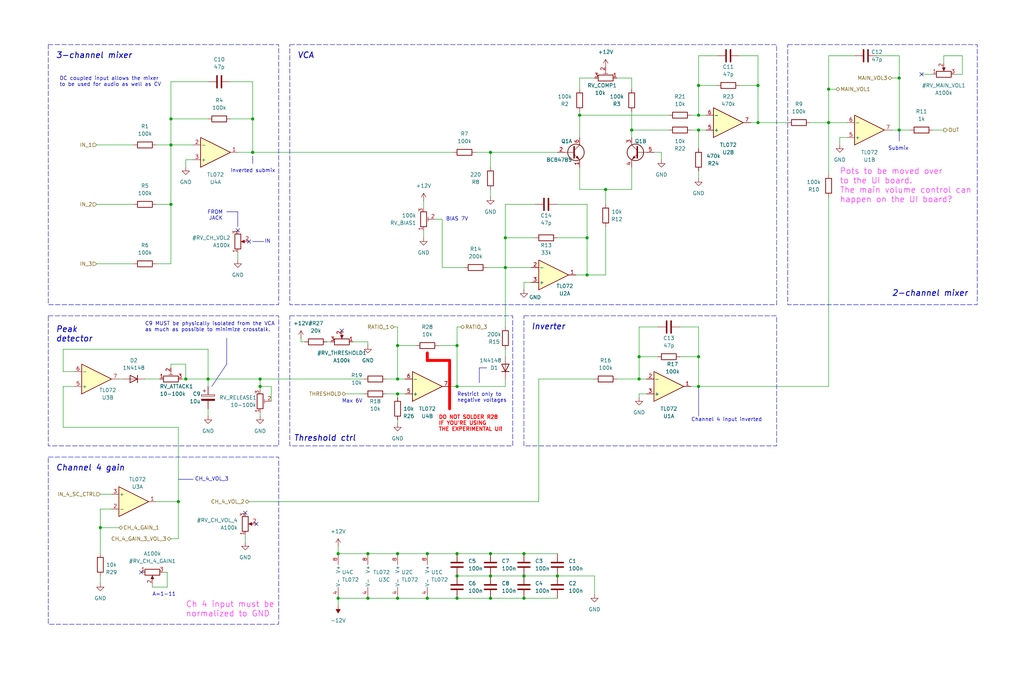
<source format=kicad_sch>
(kicad_sch (version 20250114) (generator "eeschema") (generator_version "9.0")
  (paper "User" 350 230)
  (lib_symbols
    (symbol "Amplifier_Operational:TL072" (pin_names (offset 0.127))
      (property "Reference" "U" (at 0 5.08 0))
      (property "Value" "TL072" (at 0 -5.08 0))
      (symbol "TL072_1_1"
        (pin input line (at -7.62 2.54 0) (length 2.54) (name "+") (number "3"))
        (pin input line (at -7.62 -2.54 0) (length 2.54) (name "-") (number "2"))
        (pin output line (at 7.62 0 180) (length 2.54) (name "~") (number "1"))
      )
      (symbol "TL072_2_1"
        (pin input line (at -7.62 2.54 0) (length 2.54) (name "+") (number "5"))
        (pin input line (at -7.62 -2.54 0) (length 2.54) (name "-") (number "6"))
        (pin output line (at 7.62 0 180) (length 2.54) (name "~") (number "7"))
      )
      (symbol "TL072_3_1"
        (pin power_in line (at -2.54 7.62 270) (length 3.81) (name "V+") (number "8"))
        (pin power_in line (at -2.54 -7.62 90) (length 3.81) (name "V-") (number "4"))
      )
    )
    (symbol "Device:C" (pin_numbers (hide yes)) (pin_names (offset 0.254))
      (property "Reference" "C" (at 0.635 2.54 0))
      (property "Value" "C" (at 0.635 -2.54 0))
      (symbol "C_1_1"
        (pin passive line (at 0 3.81 270) (length 2.794) (name "~") (number "1"))
        (pin passive line (at 0 -3.81 90) (length 2.794) (name "~") (number "2"))
      )
    )
    (symbol "Device:C_Polarized" (pin_numbers (hide yes)) (pin_names (offset 0.254))
      (property "Reference" "C" (at 0.635 2.54 0))
      (property "Value" "C_Polarized" (at 0.635 -2.54 0))
      (symbol "C_Polarized_1_1"
        (pin passive line (at 0 3.81 270) (length 2.794) (name "~") (number "1"))
        (pin passive line (at 0 -3.81 90) (length 2.794) (name "~") (number "2"))
      )
    )
    (symbol "Device:D" (pin_numbers (hide yes)) (pin_names (offset 1.016) (hide yes))
      (property "Reference" "D" (at 0 2.54 0))
      (property "Value" "D" (at 0 -2.54 0))
      (symbol "D_1_1"
        (pin passive line (at -3.81 0 0) (length 2.54) (name "K") (number "1"))
        (pin passive line (at 3.81 0 180) (length 2.54) (name "A") (number "2"))
      )
    )
    (symbol "Device:R" (pin_numbers (hide yes)) (pin_names (offset 0))
      (property "Reference" "R" (at 2.032 0 90))
      (property "Value" "R" (at 0 0 90))
      (symbol "R_1_1"
        (pin passive line (at 0 3.81 270) (length 1.27) (name "~") (number "1"))
        (pin passive line (at 0 -3.81 90) (length 1.27) (name "~") (number "2"))
      )
    )
    (symbol "Device:R_Potentiometer" (pin_names (offset 1.016) (hide yes))
      (property "Reference" "RV" (at -4.445 0 90))
      (property "Value" "R_Potentiometer" (at -2.54 0 90))
      (symbol "R_Potentiometer_1_1"
        (pin passive line (at 0 3.81 270) (length 1.27) (name "1") (number "1"))
        (pin passive line (at 0 -3.81 90) (length 1.27) (name "3") (number "3"))
        (pin passive line (at 3.81 0 180) (length 1.27) (name "2") (number "2"))
      )
    )
    (symbol "Device:R_Potentiometer_Trim" (pin_names (offset 1.016) (hide yes))
      (property "Reference" "RV" (at -4.445 0 90))
      (property "Value" "R_Potentiometer_Trim" (at -2.54 0 90))
      (symbol "R_Potentiometer_Trim_1_1"
        (pin passive line (at 0 3.81 270) (length 1.27) (name "1") (number "1"))
        (pin passive line (at 0 -3.81 90) (length 1.27) (name "3") (number "3"))
        (pin passive line (at 3.81 0 180) (length 1.27) (name "2") (number "2"))
      )
    )
    (symbol "Transistor_BJT:BC847BS" (pin_names (offset 0) (hide yes))
      (property "Reference" "Q" (at 5.08 1.27 0))
      (property "Value" "BC847BS" (at 5.08 -1.27 0))
      (symbol "BC847BS_1_1"
        (pin input line (at -5.08 0 0) (length 2.54) (name "B1") (number "2"))
        (pin passive line (at 2.54 5.08 270) (length 2.54) (name "C1") (number "6"))
        (pin passive line (at 2.54 -5.08 90) (length 2.54) (name "E1") (number "1"))
      )
      (symbol "BC847BS_2_1"
        (pin input line (at -5.08 0 0) (length 2.54) (name "B2") (number "5"))
        (pin passive line (at 2.54 5.08 270) (length 2.54) (name "C2") (number "3"))
        (pin passive line (at 2.54 -5.08 90) (length 2.54) (name "E2") (number "4"))
      )
    )
    (symbol "power:+12V" (power) (pin_numbers (hide yes)) (pin_names (offset 0) (hide yes))
      (property "Value" "+12V" (at 0 3.556 0))
      (symbol "+12V_1_1"
        (pin power_in line (at 0 0 90) (length 0) (name "~") (number "1"))
      )
    )
    (symbol "power:-12V" (power) (pin_numbers (hide yes)) (pin_names (offset 0) (hide yes))
      (property "Value" "-12V" (at 0 3.556 0))
      (symbol "-12V_0_0"
        (pin power_in line (at 0 0 90) (length 0) (name "~") (number "1"))
      )
    )
    (symbol "power:GND" (power) (pin_numbers (hide yes)) (pin_names (offset 0) (hide yes))
      (property "Value" "GND" (at 0 -3.81 0))
      (symbol "GND_1_1"
        (pin power_in line (at 0 0 270) (length 0) (name "~") (number "1"))
      )
    )
  )
  (rectangle (start 269.24 15.24) (end 334.01 104.14) (stroke (width 0) (type dash)))
  (rectangle (start 99.06 15.24) (end 265.43 104.14) (stroke (width 0) (type dash)))
  (rectangle (start 16.51 156.21) (end 95.25 213.36) (stroke (width 0) (type dash)))
  (rectangle (start 16.51 15.24) (end 95.25 104.14) (stroke (width 0) (type dash)))
  (rectangle (start 16.51 107.95) (end 95.25 152.4) (stroke (width 0) (type dash)))
  (rectangle (start 179.07 107.95) (end 265.43 152.4) (stroke (width 0) (type dash)))
  (rectangle (start 99.06 107.95) (end 175.26 152.4) (stroke (width 0) (type dash)))
  (text "2-channel mixer" (at 304.8 100.33 0) (effects (font (size 2 2) (thickness 0.28) (bold yes) (italic yes)) (justify left)))
  (text "Channel 4 gain" (at 19.05 160.02 0) (effects (font (size 2 2) (thickness 0.28) (bold yes) (italic yes)) (justify left)))
  (text "FROM\nJACK" (at 76.2 73.66 0) (effects (font (size 1.27 1.27)) (justify right)))
  (text "A=1-11" (at 52.07 203.2 0) (effects (font (size 1.27 1.27)) (justify left)))
  (text "Pots to be moved over \nto the UI board.\nThe main volume control can\nhappen on the UI board?" (at 287.02 63.5 0) (effects (font (size 2 2)) (justify left)))
  (text "DO NOT SOLDER R28 \nIF YOU'RE USING\nTHE EXPERIMENTAL UI!" (at 149.86 144.78 0) (effects (font (size 1.27 1.27) (thickness 0.254) (bold yes)) (justify left)))
  (text "Inverter" (at 181.61 111.76 0) (effects (font (size 2 2) (thickness 0.28) (bold yes) (italic yes)) (justify left)))
  (text "Submix" (at 303.53 50.8 0) (effects (font (size 1.27 1.27)) (justify left)))
  (text "VCA" (at 101.6 19.05 0) (effects (font (size 2 2) (thickness 0.28) (bold yes) (italic yes)) (justify left)))
  (text "BIAS 7V" (at 152.4 74.93 0) (effects (font (size 1.27 1.27)) (justify left)))
  (text "Channel 4 input inverted" (at 236.22 143.51 0) (effects (font (size 1.27 1.27)) (justify left)))
  (text "Max 6V" (at 116.84 137.16 0) (effects (font (size 1.27 1.27)) (justify left)))
  (text "Ch 4 input must be \nnormalized to GND" (at 63.5 208.28 0) (effects (font (size 2 2)) (justify left)))
  (text "3-channel mixer" (at 19.05 19.05 0) (effects (font (size 2 2) (thickness 0.28) (bold yes) (italic yes)) (justify left)))
  (text "Restrict only to \nnegative voltages" (at 156.21 135.89 0) (effects (font (size 1.27 1.27)) (justify left)))
  (text "DC coupled input allows the mixer\nto be used for audio as well as CV" (at 20.32 27.94 0) (effects (font (size 1.27 1.27)) (justify left)))
  (text "C9 MUST be physically isolated from the VCA \nas much as possible to minimize crosstalk." (at 49.53 111.76 0) (effects (font (size 1.27 1.27)) (justify left)))
  (text "CH_4_VOL_3" (at 72.39 163.83 0) (effects (font (size 1.27 1.27))))
  (text "Peak\ndetector" (at 19.05 114.3 0) (effects (font (size 2 2) (thickness 0.28) (bold yes) (italic yes)) (justify left)))
  (text "Threshold ctrl" (at 100.33 149.86 0) (effects (font (size 2 2) (thickness 0.28) (bold yes) (italic yes)) (justify left)))
  (text "IN" (at 91.44 82.55 0) (effects (font (size 1.27 1.27))))
  (text "Inverted submix" (at 78.74 58.42 0) (effects (font (size 1.27 1.27)) (justify left)))
  (junction (at 156.21 189.23))
  (junction (at 179.07 196.85))
  (junction (at 200.66 81.28))
  (junction (at 238.76 44.45))
  (junction (at 135.89 134.62))
  (junction (at 156.21 132.08))
  (junction (at 172.72 81.28))
  (junction (at 135.89 189.23))
  (junction (at 115.57 189.23))
  (junction (at 238.76 39.37))
  (junction (at 135.89 129.54))
  (junction (at 60.96 171.45))
  (junction (at 146.05 189.23))
  (junction (at 88.9 129.54))
  (junction (at 283.21 30.48))
  (junction (at 156.21 196.85))
  (junction (at 172.72 91.44))
  (junction (at 238.76 132.08))
  (junction (at 63.5 129.54))
  (junction (at 179.07 189.23))
  (junction (at 86.36 52.07))
  (junction (at 167.64 196.85))
  (junction (at 259.08 41.91))
  (junction (at 125.73 189.23))
  (junction (at 86.36 40.64))
  (junction (at 135.89 118.11))
  (junction (at 58.42 40.64))
  (junction (at 238.76 29.21))
  (junction (at 198.12 39.37))
  (junction (at 179.07 204.47))
  (junction (at 167.64 204.47))
  (junction (at 88.9 132.08))
  (junction (at 125.73 204.47))
  (junction (at 307.34 26.67))
  (junction (at 58.42 49.53))
  (junction (at 259.08 29.21))
  (junction (at 71.12 129.54))
  (junction (at 167.64 52.07))
  (junction (at 283.21 41.91))
  (junction (at 146.05 204.47))
  (junction (at 238.76 121.92))
  (junction (at 207.01 64.77))
  (junction (at 156.21 204.47))
  (junction (at 167.64 189.23))
  (junction (at 215.9 44.45))
  (junction (at 218.44 129.54))
  (junction (at 218.44 121.92))
  (junction (at 190.5 196.85))
  (junction (at 156.21 118.11))
  (junction (at 115.57 204.47))
  (junction (at 58.42 69.85))
  (junction (at 200.66 93.98))
  (junction (at 307.34 44.45))
  (junction (at 135.89 204.47))
  (junction (at 34.29 180.34))
  (no_connect (at 85.09 82.55))
  (no_connect (at 87.63 179.07))
  (no_connect (at 314.96 25.4))
  (no_connect (at 116.84 113.03))
  (no_connect (at 83.82 175.26))
  (no_connect (at 81.28 78.74))
  (no_connect (at 48.26 195.58))
  (wire (pts (xy 198.12 26.67) (xy 203.2 26.67)))
  (wire (pts (xy 58.42 49.53) (xy 66.04 49.53)))
  (wire (pts (xy 224.79 121.92) (xy 218.44 121.92)))
  (wire (pts (xy 179.07 99.06) (xy 179.07 96.52)))
  (wire (pts (xy 58.42 125.73) (xy 58.42 124.46)))
  (wire (pts (xy 287.02 46.99) (xy 289.56 46.99)))
  (wire (pts (xy 78.74 27.94) (xy 86.36 27.94)))
  (wire (pts (xy 115.57 204.47) (xy 125.73 204.47)))
  (wire (pts (xy 215.9 44.45) (xy 228.6 44.45)))
  (wire (pts (xy 283.21 132.08) (xy 283.21 67.31)))
  (wire (pts (xy 115.57 207.01) (xy 115.57 204.47)))
  (polyline (pts (xy 307.34 44.45) (xy 307.34 48.26)))
  (wire (pts (xy 179.07 196.85) (xy 190.5 196.85)))
  (wire (pts (xy 198.12 39.37) (xy 228.6 39.37)))
  (wire (pts (xy 232.41 121.92) (xy 238.76 121.92)))
  (wire (pts (xy 198.12 64.77) (xy 207.01 64.77)))
  (wire (pts (xy 71.12 27.94) (xy 58.42 27.94)))
  (wire (pts (xy 322.58 21.59) (xy 322.58 19.05)))
  (wire (pts (xy 238.76 19.05) (xy 238.76 29.21)))
  (wire (pts (xy 269.24 41.91) (xy 259.08 41.91)))
  (wire (pts (xy 304.8 44.45) (xy 307.34 44.45)))
  (wire (pts (xy 135.89 118.11) (xy 135.89 129.54)))
  (wire (pts (xy 167.64 204.47) (xy 179.07 204.47)))
  (wire (pts (xy 172.72 129.54) (xy 172.72 132.08)))
  (wire (pts (xy 34.29 180.34) (xy 34.29 189.23)))
  (wire (pts (xy 125.73 189.23) (xy 135.89 189.23)))
  (wire (pts (xy 200.66 69.85) (xy 200.66 81.28)))
  (wire (pts (xy 172.72 91.44) (xy 172.72 81.28)))
  (wire (pts (xy 179.07 196.85) (xy 167.64 196.85)))
  (wire (pts (xy 218.44 129.54) (xy 220.98 129.54)))
  (wire (pts (xy 322.58 44.45) (xy 318.77 44.45)))
  (wire (pts (xy 146.05 204.47) (xy 156.21 204.47)))
  (wire (pts (xy 88.9 142.24) (xy 88.9 140.97)))
  (wire (pts (xy 53.34 90.17) (xy 58.42 90.17)))
  (wire (pts (xy 210.82 26.67) (xy 215.9 26.67)))
  (wire (pts (xy 60.96 146.05) (xy 60.96 171.45)))
  (wire (pts (xy 167.64 52.07) (xy 190.5 52.07)))
  (wire (pts (xy 307.34 44.45) (xy 311.15 44.45)))
  (wire (pts (xy 245.11 29.21) (xy 238.76 29.21)))
  (wire (pts (xy 85.09 171.45) (xy 184.15 171.45)))
  (wire (pts (xy 166.37 91.44) (xy 172.72 91.44)))
  (wire (pts (xy 71.12 139.7) (xy 71.12 142.24)))
  (wire (pts (xy 135.89 189.23) (xy 146.05 189.23)))
  (wire (pts (xy 252.73 29.21) (xy 259.08 29.21)))
  (wire (pts (xy 172.72 119.38) (xy 172.72 121.92)))
  (wire (pts (xy 135.89 204.47) (xy 146.05 204.47)))
  (wire (pts (xy 34.29 168.91) (xy 38.1 168.91)))
  (wire (pts (xy 172.72 91.44) (xy 172.72 111.76)))
  (wire (pts (xy 184.15 129.54) (xy 184.15 171.45)))
  (wire (pts (xy 238.76 29.21) (xy 238.76 39.37)))
  (wire (pts (xy 156.21 189.23) (xy 167.64 189.23)))
  (wire (pts (xy 158.75 91.44) (xy 151.13 91.44)))
  (wire (pts (xy 179.07 189.23) (xy 190.5 189.23)))
  (wire (pts (xy 132.08 134.62) (xy 135.89 134.62)))
  (wire (pts (xy 21.59 127) (xy 21.59 119.38)))
  (polyline (pts (xy 146.05 120.65) (xy 146.05 123.19)) (stroke (width 1) (type solid) (color 255 0 0 1)))
  (wire (pts (xy 33.02 69.85) (xy 45.72 69.85)))
  (wire (pts (xy 304.8 26.67) (xy 307.34 26.67)))
  (wire (pts (xy 21.59 146.05) (xy 21.59 132.08)))
  (wire (pts (xy 224.79 111.76) (xy 218.44 111.76)))
  (wire (pts (xy 326.39 25.4) (xy 328.93 25.4)))
  (wire (pts (xy 86.36 40.64) (xy 86.36 52.07)))
  (wire (pts (xy 200.66 81.28) (xy 200.66 93.98)))
  (wire (pts (xy 210.82 129.54) (xy 218.44 129.54)))
  (wire (pts (xy 167.64 52.07) (xy 167.64 57.15)))
  (wire (pts (xy 218.44 134.62) (xy 218.44 135.89)))
  (wire (pts (xy 156.21 196.85) (xy 167.64 196.85)))
  (wire (pts (xy 88.9 132.08) (xy 88.9 133.35)))
  (wire (pts (xy 135.89 143.51) (xy 135.89 144.78)))
  (wire (pts (xy 92.71 132.08) (xy 88.9 132.08)))
  (wire (pts (xy 287.02 49.53) (xy 287.02 46.99)))
  (wire (pts (xy 172.72 69.85) (xy 172.72 81.28)))
  (wire (pts (xy 238.76 121.92) (xy 238.76 132.08)))
  (wire (pts (xy 125.73 204.47) (xy 135.89 204.47)))
  (wire (pts (xy 71.12 40.64) (xy 58.42 40.64)))
  (wire (pts (xy 238.76 44.45) (xy 241.3 44.45)))
  (wire (pts (xy 283.21 41.91) (xy 289.56 41.91)))
  (wire (pts (xy 236.22 39.37) (xy 238.76 39.37)))
  (wire (pts (xy 292.1 19.05) (xy 283.21 19.05)))
  (wire (pts (xy 156.21 111.76) (xy 156.21 118.11)))
  (wire (pts (xy 207.01 93.98) (xy 200.66 93.98)))
  (polyline (pts (xy 81.28 77.47) (xy 81.28 72.39)))
  (wire (pts (xy 58.42 49.53) (xy 58.42 69.85)))
  (wire (pts (xy 259.08 19.05) (xy 259.08 29.21)))
  (wire (pts (xy 53.34 49.53) (xy 58.42 49.53)))
  (polyline (pts (xy 77.47 72.39) (xy 81.28 72.39)))
  (wire (pts (xy 238.76 132.08) (xy 283.21 132.08)))
  (wire (pts (xy 135.89 111.76) (xy 135.89 118.11)))
  (wire (pts (xy 71.12 129.54) (xy 71.12 132.08)))
  (wire (pts (xy 71.12 129.54) (xy 88.9 129.54)))
  (wire (pts (xy 215.9 44.45) (xy 215.9 46.99)))
  (polyline (pts (xy 163.83 130.81) (xy 163.83 125.73)))
  (wire (pts (xy 167.64 67.31) (xy 167.64 64.77)))
  (wire (pts (xy 283.21 19.05) (xy 283.21 30.48)))
  (wire (pts (xy 88.9 129.54) (xy 88.9 132.08)))
  (wire (pts (xy 226.06 52.07) (xy 226.06 54.61)))
  (wire (pts (xy 58.42 90.17) (xy 58.42 69.85)))
  (wire (pts (xy 307.34 26.67) (xy 307.34 44.45)))
  (wire (pts (xy 60.96 171.45) (xy 60.96 184.15)))
  (polyline (pts (xy 86.36 55.88) (xy 86.36 53.34)))
  (wire (pts (xy 33.02 49.53) (xy 45.72 49.53)))
  (polyline (pts (xy 163.83 125.73) (xy 166.37 125.73)))
  (wire (pts (xy 245.11 19.05) (xy 238.76 19.05)))
  (wire (pts (xy 88.9 129.54) (xy 124.46 129.54)))
  (wire (pts (xy 118.11 134.62) (xy 124.46 134.62)))
  (wire (pts (xy 34.29 180.34) (xy 34.29 173.99)))
  (wire (pts (xy 115.57 189.23) (xy 125.73 189.23)))
  (wire (pts (xy 34.29 199.39) (xy 34.29 196.85)))
  (wire (pts (xy 190.5 81.28) (xy 200.66 81.28)))
  (wire (pts (xy 283.21 41.91) (xy 283.21 59.69)))
  (wire (pts (xy 81.28 88.9) (xy 81.28 86.36)))
  (wire (pts (xy 179.07 204.47) (xy 190.5 204.47)))
  (wire (pts (xy 53.34 69.85) (xy 58.42 69.85)))
  (wire (pts (xy 299.72 19.05) (xy 307.34 19.05)))
  (wire (pts (xy 83.82 185.42) (xy 83.82 182.88)))
  (polyline (pts (xy 60.96 163.83) (xy 66.04 163.83)))
  (wire (pts (xy 34.29 173.99) (xy 38.1 173.99)))
  (wire (pts (xy 63.5 54.61) (xy 63.5 57.15)))
  (wire (pts (xy 238.76 44.45) (xy 238.76 50.8)))
  (wire (pts (xy 25.4 127) (xy 21.59 127)))
  (wire (pts (xy 71.12 119.38) (xy 71.12 129.54)))
  (wire (pts (xy 203.2 196.85) (xy 190.5 196.85)))
  (wire (pts (xy 182.88 69.85) (xy 172.72 69.85)))
  (wire (pts (xy 63.5 124.46) (xy 63.5 129.54)))
  (wire (pts (xy 207.01 69.85) (xy 207.01 64.77)))
  (wire (pts (xy 203.2 203.2) (xy 203.2 196.85)))
  (wire (pts (xy 172.72 91.44) (xy 181.61 91.44)))
  (wire (pts (xy 58.42 27.94) (xy 58.42 40.64)))
  (wire (pts (xy 153.67 132.08) (xy 156.21 132.08)))
  (wire (pts (xy 115.57 186.69) (xy 115.57 189.23)))
  (polyline (pts (xy 238.76 132.08) (xy 238.76 142.24)))
  (wire (pts (xy 102.87 115.57) (xy 102.87 116.84)))
  (wire (pts (xy 142.24 118.11) (xy 135.89 118.11)))
  (wire (pts (xy 149.86 118.11) (xy 156.21 118.11)))
  (wire (pts (xy 207.01 77.47) (xy 207.01 93.98)))
  (wire (pts (xy 203.2 129.54) (xy 184.15 129.54)))
  (wire (pts (xy 307.34 19.05) (xy 307.34 26.67)))
  (wire (pts (xy 58.42 124.46) (xy 63.5 124.46)))
  (wire (pts (xy 156.21 111.76) (xy 157.48 111.76)))
  (wire (pts (xy 238.76 111.76) (xy 238.76 121.92)))
  (wire (pts (xy 63.5 129.54) (xy 71.12 129.54)))
  (wire (pts (xy 52.07 199.39) (xy 52.07 200.66)))
  (wire (pts (xy 215.9 64.77) (xy 215.9 57.15)))
  (wire (pts (xy 285.75 30.48) (xy 283.21 30.48)))
  (wire (pts (xy 238.76 132.08) (xy 236.22 132.08)))
  (wire (pts (xy 198.12 39.37) (xy 198.12 46.99)))
  (wire (pts (xy 238.76 60.96) (xy 238.76 58.42)))
  (wire (pts (xy 314.96 25.4) (xy 318.77 25.4)))
  (wire (pts (xy 144.78 81.28) (xy 144.78 78.74)))
  (wire (pts (xy 86.36 52.07) (xy 154.94 52.07)))
  (polyline (pts (xy 77.47 124.46) (xy 72.39 132.08)))
  (wire (pts (xy 60.96 146.05) (xy 21.59 146.05)))
  (wire (pts (xy 190.5 69.85) (xy 200.66 69.85)))
  (wire (pts (xy 49.53 129.54) (xy 54.61 129.54)))
  (wire (pts (xy 218.44 121.92) (xy 218.44 129.54)))
  (wire (pts (xy 92.71 137.16) (xy 92.71 132.08)))
  (wire (pts (xy 156.21 204.47) (xy 167.64 204.47)))
  (wire (pts (xy 135.89 134.62) (xy 135.89 135.89)))
  (wire (pts (xy 232.41 111.76) (xy 238.76 111.76)))
  (wire (pts (xy 40.64 129.54) (xy 41.91 129.54)))
  (polyline (pts (xy 86.36 82.55) (xy 90.17 82.55)))
  (wire (pts (xy 144.78 68.58) (xy 144.78 71.12)))
  (wire (pts (xy 252.73 19.05) (xy 259.08 19.05)))
  (wire (pts (xy 111.76 116.84) (xy 113.03 116.84)))
  (wire (pts (xy 58.42 40.64) (xy 58.42 49.53)))
  (wire (pts (xy 198.12 57.15) (xy 198.12 64.77)))
  (wire (pts (xy 322.58 19.05) (xy 328.93 19.05)))
  (wire (pts (xy 120.65 116.84) (xy 125.73 116.84)))
  (polyline (pts (xy 153.67 139.7) (xy 153.67 123.19)) (stroke (width 1) (type solid) (color 255 0 0 1)))
  (wire (pts (xy 146.05 189.23) (xy 156.21 189.23)))
  (wire (pts (xy 55.88 195.58) (xy 57.15 195.58)))
  (wire (pts (xy 215.9 38.1) (xy 215.9 44.45)))
  (wire (pts (xy 220.98 134.62) (xy 218.44 134.62)))
  (wire (pts (xy 86.36 27.94) (xy 86.36 40.64)))
  (wire (pts (xy 102.87 116.84) (xy 104.14 116.84)))
  (wire (pts (xy 57.15 200.66) (xy 52.07 200.66)))
  (wire (pts (xy 21.59 132.08) (xy 25.4 132.08)))
  (wire (pts (xy 223.52 52.07) (xy 226.06 52.07)))
  (wire (pts (xy 198.12 38.1) (xy 198.12 39.37)))
  (wire (pts (xy 207.01 64.77) (xy 215.9 64.77)))
  (wire (pts (xy 78.74 40.64) (xy 86.36 40.64)))
  (wire (pts (xy 328.93 19.05) (xy 328.93 25.4)))
  (polyline (pts (xy 77.47 115.57) (xy 77.47 124.46)))
  (wire (pts (xy 81.28 52.07) (xy 86.36 52.07)))
  (wire (pts (xy 179.07 96.52) (xy 181.61 96.52)))
  (wire (pts (xy 156.21 132.08) (xy 172.72 132.08)))
  (wire (pts (xy 256.54 41.91) (xy 259.08 41.91)))
  (wire (pts (xy 156.21 118.11) (xy 156.21 132.08)))
  (wire (pts (xy 66.04 54.61) (xy 63.5 54.61)))
  (wire (pts (xy 135.89 129.54) (xy 138.43 129.54)))
  (wire (pts (xy 198.12 30.48) (xy 198.12 26.67)))
  (wire (pts (xy 151.13 74.93) (xy 151.13 91.44)))
  (wire (pts (xy 238.76 39.37) (xy 241.3 39.37)))
  (wire (pts (xy 62.23 129.54) (xy 63.5 129.54)))
  (polyline (pts (xy 153.67 123.19) (xy 146.05 123.19)) (stroke (width 1) (type solid) (color 255 0 0 1)))
  (wire (pts (xy 283.21 30.48) (xy 283.21 41.91)))
  (wire (pts (xy 148.59 74.93) (xy 151.13 74.93)))
  (wire (pts (xy 134.62 111.76) (xy 135.89 111.76)))
  (wire (pts (xy 200.66 93.98) (xy 196.85 93.98)))
  (wire (pts (xy 125.73 116.84) (xy 125.73 118.11)))
  (wire (pts (xy 162.56 52.07) (xy 167.64 52.07)))
  (wire (pts (xy 21.59 119.38) (xy 71.12 119.38)))
  (wire (pts (xy 172.72 81.28) (xy 182.88 81.28)))
  (wire (pts (xy 40.64 180.34) (xy 34.29 180.34)))
  (wire (pts (xy 215.9 26.67) (xy 215.9 30.48)))
  (wire (pts (xy 132.08 129.54) (xy 135.89 129.54)))
  (wire (pts (xy 58.42 184.15) (xy 60.96 184.15)))
  (wire (pts (xy 53.34 171.45) (xy 60.96 171.45)))
  (wire (pts (xy 138.43 134.62) (xy 135.89 134.62)))
  (wire (pts (xy 57.15 195.58) (xy 57.15 200.66)))
  (wire (pts (xy 167.64 189.23) (xy 179.07 189.23)))
  (wire (pts (xy 259.08 29.21) (xy 259.08 41.91)))
  (wire (pts (xy 276.86 41.91) (xy 283.21 41.91)))
  (wire (pts (xy 236.22 44.45) (xy 238.76 44.45)))
  (wire (pts (xy 33.02 90.17) (xy 45.72 90.17)))
  (wire (pts (xy 218.44 111.76) (xy 218.44 121.92)))
  (hierarchical_label "THRESHOLD" (shape bidirectional) (at 118.11 134.62 180))
  (hierarchical_label "MAIN_VOL1" (shape bidirectional) (at 285.75 30.48 0))
  (hierarchical_label "MAIN_VOL3" (shape bidirectional) (at 304.8 26.67 180))
  (hierarchical_label "IN_4_SC_CTRL" (shape input) (at 34.29 168.91 180))
  (hierarchical_label "IN_2" (shape input) (at 33.02 69.85 180))
  (hierarchical_label "CH_4_GAIN_1" (shape bidirectional) (at 40.64 180.34 0))
  (hierarchical_label "RATIO_1" (shape bidirectional) (at 134.62 111.76 180))
  (hierarchical_label "IN_3" (shape input) (at 33.02 90.17 180))
  (hierarchical_label "CH_4_VOL_2" (shape bidirectional) (at 85.09 171.45 180))
  (hierarchical_label "RATIO_3" (shape bidirectional) (at 157.48 111.76 0))
  (hierarchical_label "IN_1" (shape input) (at 33.02 49.53 180))
  (hierarchical_label "CH_4_GAIN_3_VOL_3" (shape bidirectional) (at 58.42 184.15 180))
  (hierarchical_label "OUT" (shape output) (at 322.58 44.45 0))
  (symbol (lib_id "Device:R_Potentiometer") (at 322.58 25.4 90) (unit 1)
    (property "Reference" "#RV_MAIN_VOL1" (at 322.58 29.21 90))
    (property "Value" "A100k" (at 322.58 31.75 90))
    (property "Description" "Potentiometer" (effects (hide yes)))
  )
  (symbol (lib_id "power:+12V") (at 207.01 22.86 0) (unit 1)
    (property "Reference" "#PWR05" (effects (hide yes)))
    (property "Value" "+12V" (at 207.01 17.78 0))
    (property "Description" "Power symbol creates a global label with name \"+12V\"" (effects (hide yes)))
  )
  (symbol (lib_id "Device:R") (at 314.96 44.45 90) (unit 1)
    (property "Reference" "R11" (at 314.96 38.1 90))
    (property "Value" "1k" (at 314.96 40.64 90))
    (property "Footprint" "Resistor_SMD:R_0603_1608Metric" (effects (hide yes)))
    (property "LCSC" "C21190" (effects (hide yes)))
    (property "CHECKED" "YES" (effects (hide yes)))
    (property "Vendor" "JLCPCB" (effects (hide yes)))
  )
  (symbol (lib_id "Device:R_Potentiometer_Trim") (at 144.78 74.93 0) (mirror x) (unit 1)
    (property "Reference" "RV_BIAS1" (at 142.24 76.1999 0) (effects (justify right)))
    (property "Value" "100k" (at 142.24 73.66 0) (effects (justify right)))
    (property "Footprint" "Potentiometer_THT:Potentiometer_ACP_CA6-H2,5_Horizontal" (effects (hide yes)))
    (property "Description" "Trim-potentiometer" (effects (hide yes)))
  )
  (symbol (lib_id "power:GND") (at 34.29 199.39 0) (unit 1)
    (property "Reference" "#PWR020" (effects (hide yes)))
    (property "Value" "GND" (at 34.29 204.47 0))
    (property "Description" "Power symbol creates a global label with name \"GND\" , ground" (effects (hide yes)))
  )
  (symbol (lib_id "Transistor_BJT:BC847BS") (at 218.44 52.07 0) (mirror y) (unit 2)
    (property "Reference" "Q1" (at 220.98 48.26 0) (effects (justify left)))
    (property "Value" "BC847BS" (at 195.58 54.61 0) (effects (justify left)))
    (property "Footprint" "Package_TO_SOT_SMD:SOT-363_SC-70-6" (effects (hide yes)))
    (property "Datasheet" "https://assets.nexperia.com/documents/data-sheet/BC847BS.pdf" (effects (hide yes)))
    (property "Description" "100mA IC, 45V Vce, Dual NPN/NPN Transistors, SOT-363" (effects (hide yes)))
    (property "Vendor" "JLCPCB" (effects (hide yes)))
    (property "LCSC" "C5380687" (effects (hide yes)))
    (property "CHECKED" "YES" (effects (hide yes)))
  )
  (symbol (lib_id "Device:R") (at 146.05 118.11 90) (unit 1)
    (property "Reference" "R28" (at 146.05 111.76 90))
    (property "Value" "10k" (at 146.05 114.3 90))
    (property "Footprint" "Shmoergh_Custom_Footprints:R_Axial_DIN0207_L6.3mm_D2.5mm_P7.62mm_Horizontal" (effects (hide yes)))
  )
  (symbol (lib_id "Device:R_Potentiometer") (at 52.07 195.58 90) (mirror x) (unit 1)
    (property "Reference" "#RV_CH_4_GAIN1" (at 52.07 191.77 90))
    (property "Value" "A100k" (at 52.07 189.23 90))
    (property "Description" "Potentiometer" (effects (hide yes)))
  )
  (symbol (lib_id "Device:C") (at 190.5 193.04 0) (unit 1)
    (property "Reference" "C1" (at 194.31 191.77 0) (effects (justify left)))
    (property "Value" "100n" (at 194.31 194.31 0) (effects (justify left)))
    (property "Footprint" "Capacitor_SMD:C_0603_1608Metric" (effects (hide yes)))
    (property "LCSC" "C14663" (effects (hide yes)))
    (property "CHECKED" "YES" (effects (hide yes)))
    (property "Vendor" "JLCPCB" (effects (hide yes)))
  )
  (symbol (lib_id "Amplifier_Operational:TL072") (at 297.18 44.45 0) (mirror x) (unit 2)
    (property "Reference" "U1" (at 297.18 54.61 0))
    (property "Value" "TL072" (at 297.18 52.07 0))
    (property "Footprint" "Package_SO:SOIC-8_3.9x4.9mm_P1.27mm" (effects (hide yes)))
    (property "Datasheet" "http://www.ti.com/lit/ds/symlink/tl071.pdf" (effects (hide yes)))
    (property "Description" "Dual Low-Noise JFET-Input Operational Amplifiers, DIP-8/SOIC-8" (effects (hide yes)))
    (property "Vendor" "JLCPCB" (effects (hide yes)))
    (property "LCSC" "C6961" (effects (hide yes)))
    (property "CHECKED" "YES" (effects (hide yes)))
  )
  (symbol (lib_id "power:-12V") (at 115.57 207.01 180) (unit 1)
    (property "Reference" "#PWR04" (effects (hide yes)))
    (property "Value" "-12V" (at 115.57 212.09 0))
    (property "Description" "Power symbol creates a global label with name \"-12V\"" (effects (hide yes)))
  )
  (symbol (lib_id "Device:R") (at 128.27 134.62 90) (unit 1)
    (property "Reference" "R18" (at 128.27 137.16 90))
    (property "Value" "10k" (at 128.27 139.7 90))
    (property "Footprint" "Shmoergh_Custom_Footprints:R_Axial_DIN0207_L6.3mm_D2.5mm_P7.62mm_Horizontal" (effects (hide yes)))
  )
  (symbol (lib_id "Device:R_Potentiometer") (at 83.82 179.07 0) (mirror x) (unit 1)
    (property "Reference" "#RV_CH_VOL_4" (at 81.28 177.7999 0) (effects (justify right)))
    (property "Value" "A100k" (at 81.28 180.3399 0) (effects (justify right)))
    (property "Description" "Potentiometer" (effects (hide yes)))
  )
  (symbol (lib_id "Amplifier_Operational:TL072") (at 118.11 196.85 0) (unit 3)
    (property "Reference" "U4" (at 116.84 195.5799 0) (effects (justify left)))
    (property "Value" "TL072" (at 116.84 198.1199 0) (effects (justify left)))
    (property "Footprint" "Package_SO:SOIC-8_3.9x4.9mm_P1.27mm" (effects (hide yes)))
    (property "Datasheet" "http://www.ti.com/lit/ds/symlink/tl071.pdf" (effects (hide yes)))
    (property "Description" "Dual Low-Noise JFET-Input Operational Amplifiers, DIP-8/SOIC-8" (effects (hide yes)))
    (property "Vendor" "JLCPCB" (effects (hide yes)))
    (property "LCSC" "C6961" (effects (hide yes)))
    (property "CHECKED" "YES" (effects (hide yes)))
  )
  (symbol (lib_id "power:GND") (at 135.89 144.78 0) (unit 1)
    (property "Reference" "#PWR015" (effects (hide yes)))
    (property "Value" "GND" (at 135.89 149.86 0))
    (property "Description" "Power symbol creates a global label with name \"GND\" , ground" (effects (hide yes)))
  )
  (symbol (lib_id "power:GND") (at 218.44 135.89 0) (unit 1)
    (property "Reference" "#PWR013" (effects (hide yes)))
    (property "Value" "GND" (at 218.44 140.97 0))
    (property "Description" "Power symbol creates a global label with name \"GND\" , ground" (effects (hide yes)))
  )
  (symbol (lib_id "Amplifier_Operational:TL072") (at 146.05 132.08 0) (mirror x) (unit 2)
    (property "Reference" "U4" (at 146.05 142.24 0))
    (property "Value" "TL072" (at 146.05 139.7 0))
    (property "Footprint" "Package_SO:SOIC-8_3.9x4.9mm_P1.27mm" (effects (hide yes)))
    (property "Datasheet" "http://www.ti.com/lit/ds/symlink/tl071.pdf" (effects (hide yes)))
    (property "Description" "Dual Low-Noise JFET-Input Operational Amplifiers, DIP-8/SOIC-8" (effects (hide yes)))
    (property "Vendor" "JLCPCB" (effects (hide yes)))
    (property "LCSC" "C6961" (effects (hide yes)))
    (property "CHECKED" "YES" (effects (hide yes)))
  )
  (symbol (lib_id "Amplifier_Operational:TL072") (at 73.66 52.07 0) (mirror x) (unit 1)
    (property "Reference" "U4" (at 73.66 62.23 0))
    (property "Value" "TL072" (at 73.66 59.69 0))
    (property "Footprint" "Package_SO:SOIC-8_3.9x4.9mm_P1.27mm" (effects (hide yes)))
    (property "Datasheet" "http://www.ti.com/lit/ds/symlink/tl071.pdf" (effects (hide yes)))
    (property "Description" "Dual Low-Noise JFET-Input Operational Amplifiers, DIP-8/SOIC-8" (effects (hide yes)))
    (property "Vendor" "JLCPCB" (effects (hide yes)))
    (property "LCSC" "C6961" (effects (hide yes)))
    (property "CHECKED" "YES" (effects (hide yes)))
  )
  (symbol (lib_id "Amplifier_Operational:TL072") (at 45.72 171.45 0) (unit 1)
    (property "Reference" "U3" (at 46.99 166.37 0))
    (property "Value" "TL072" (at 46.99 163.83 0))
    (property "Footprint" "Package_SO:SOIC-8_3.9x4.9mm_P1.27mm" (effects (hide yes)))
    (property "Datasheet" "http://www.ti.com/lit/ds/symlink/tl071.pdf" (effects (hide yes)))
    (property "Description" "Dual Low-Noise JFET-Input Operational Amplifiers, DIP-8/SOIC-8" (effects (hide yes)))
    (property "LCSC" "C6961" (effects (hide yes)))
    (property "Vendor" "JLCPCB" (effects (hide yes)))
    (property "CHECKED" "YES" (effects (hide yes)))
  )
  (symbol (lib_id "Device:C") (at 167.64 200.66 0) (unit 1)
    (property "Reference" "C8" (at 171.45 199.39 0) (effects (justify left)))
    (property "Value" "100n" (at 171.45 201.93 0) (effects (justify left)))
    (property "Footprint" "Capacitor_SMD:C_0603_1608Metric" (effects (hide yes)))
    (property "LCSC" "C14663" (effects (hide yes)))
    (property "CHECKED" "YES" (effects (hide yes)))
    (property "Vendor" "JLCPCB" (effects (hide yes)))
  )
  (symbol (lib_id "Device:R") (at 207.01 73.66 180) (unit 1)
    (property "Reference" "R12" (at 210.82 74.93 0))
    (property "Value" "10k" (at 210.82 72.39 0))
    (property "Footprint" "Resistor_SMD:R_0603_1608Metric" (effects (hide yes)))
    (property "LCSC" "C25804" (effects (hide yes)))
    (property "CHECKED" "YES" (effects (hide yes)))
    (property "Vendor" "JLCPCB" (effects (hide yes)))
  )
  (symbol (lib_id "power:GND") (at 287.02 49.53 0) (unit 1)
    (property "Reference" "#PWR08" (effects (hide yes)))
    (property "Value" "GND" (at 287.02 54.61 0))
    (property "Description" "Power symbol creates a global label with name \"GND\" , ground" (effects (hide yes)))
  )
  (symbol (lib_id "Device:C") (at 156.21 200.66 0) (unit 1)
    (property "Reference" "C6" (at 160.02 199.39 0) (effects (justify left)))
    (property "Value" "100n" (at 160.02 201.93 0) (effects (justify left)))
    (property "Footprint" "Capacitor_SMD:C_0603_1608Metric" (effects (hide yes)))
    (property "LCSC" "C14663" (effects (hide yes)))
    (property "CHECKED" "YES" (effects (hide yes)))
    (property "Vendor" "JLCPCB" (effects (hide yes)))
  )
  (symbol (lib_id "Device:R") (at 228.6 121.92 90) (unit 1)
    (property "Reference" "R17" (at 229.87 124.46 90))
    (property "Value" "100k" (at 229.87 127 90))
    (property "Footprint" "Resistor_SMD:R_0603_1608Metric" (effects (hide yes)))
    (property "LCSC" "C25803" (effects (hide yes)))
    (property "CHECKED" "YES" (effects (hide yes)))
    (property "Vendor" "JLCPCB" (effects (hide yes)))
  )
  (symbol (lib_id "Device:C") (at 248.92 19.05 90) (unit 1)
    (property "Reference" "C11" (at 248.92 22.86 90))
    (property "Value" "47p" (at 248.92 25.4 90))
    (property "Footprint" "Capacitor_SMD:C_0603_1608Metric_Pad1.08x0.95mm_HandSolder" (effects (hide yes)))
    (property "Description" "Unpolarized capacitor" (effects (hide yes)))
    (property "Vendor" "JLCPCB" (effects (hide yes)))
    (property "LCSC" "C1671" (effects (hide yes)))
    (property "CHECKED" "YES" (effects (hide yes)))
  )
  (symbol (lib_id "Device:C") (at 179.07 200.66 0) (unit 1)
    (property "Reference" "C4" (at 182.88 199.39 0) (effects (justify left)))
    (property "Value" "100n" (at 182.88 201.93 0) (effects (justify left)))
    (property "Footprint" "Capacitor_SMD:C_0603_1608Metric" (effects (hide yes)))
    (property "LCSC" "C14663" (effects (hide yes)))
    (property "CHECKED" "YES" (effects (hide yes)))
    (property "Vendor" "JLCPCB" (effects (hide yes)))
  )
  (symbol (lib_id "Device:C_Polarized") (at 71.12 135.89 0) (unit 1)
    (property "Reference" "C9" (at 68.58 134.62 0) (effects (justify right)))
    (property "Value" "10u" (at 68.58 137.16 0) (effects (justify right)))
    (property "Footprint" "Capacitor_SMD:CP_Elec_4x5.4" (effects (hide yes)))
    (property "Description" "Polarized capacitor" (effects (hide yes)))
    (property "LCSC" "C72485" (effects (hide yes)))
    (property "Vendor" "JLCPCB" (effects (hide yes)))
    (property "CHECKED" "YES" (effects (hide yes)))
  )
  (symbol (lib_id "Amplifier_Operational:TL072") (at 33.02 129.54 0) (mirror x) (unit 2)
    (property "Reference" "U3" (at 36.83 135.89 0))
    (property "Value" "TL072" (at 36.83 133.35 0))
    (property "Footprint" "Package_SO:SOIC-8_3.9x4.9mm_P1.27mm" (effects (hide yes)))
    (property "Datasheet" "http://www.ti.com/lit/ds/symlink/tl071.pdf" (effects (hide yes)))
    (property "Description" "Dual Low-Noise JFET-Input Operational Amplifiers, DIP-8/SOIC-8" (effects (hide yes)))
    (property "LCSC" "C6961" (effects (hide yes)))
    (property "Vendor" "JLCPCB" (effects (hide yes)))
    (property "CHECKED" "YES" (effects (hide yes)))
  )
  (symbol (lib_id "power:GND") (at 71.12 142.24 0) (unit 1)
    (property "Reference" "#PWR018" (effects (hide yes)))
    (property "Value" "GND" (at 71.12 147.32 0))
    (property "Description" "Power symbol creates a global label with name \"GND\" , ground" (effects (hide yes)))
  )
  (symbol (lib_id "Device:R") (at 49.53 69.85 90) (unit 1)
    (property "Reference" "R5" (at 49.53 63.5 90))
    (property "Value" "100k" (at 49.53 66.04 90))
    (property "Footprint" "Resistor_SMD:R_0603_1608Metric" (effects (hide yes)))
    (property "LCSC" "C25803" (effects (hide yes)))
    (property "CHECKED" "YES" (effects (hide yes)))
    (property "Vendor" "JLCPCB" (effects (hide yes)))
  )
  (symbol (lib_id "Amplifier_Operational:TL072") (at 248.92 41.91 0) (mirror x) (unit 2)
    (property "Reference" "U2" (at 248.92 52.07 0))
    (property "Value" "TL072" (at 248.92 49.53 0))
    (property "Footprint" "Package_SO:SOIC-8_3.9x4.9mm_P1.27mm" (effects (hide yes)))
    (property "Datasheet" "http://www.ti.com/lit/ds/symlink/tl071.pdf" (effects (hide yes)))
    (property "Description" "Dual Low-Noise JFET-Input Operational Amplifiers, DIP-8/SOIC-8" (effects (hide yes)))
    (property "Vendor" "JLCPCB" (effects (hide yes)))
    (property "LCSC" "C6961" (effects (hide yes)))
    (property "CHECKED" "YES" (effects (hide yes)))
  )
  (symbol (lib_id "Device:R") (at 135.89 139.7 180) (unit 1)
    (property "Reference" "R26" (at 139.7 142.24 0))
    (property "Value" "10k" (at 139.7 139.7 0))
    (property "Footprint" "Shmoergh_Custom_Footprints:R_Axial_DIN0207_L6.3mm_D2.5mm_P7.62mm_Horizontal" (effects (hide yes)))
  )
  (symbol (lib_id "Device:R") (at 232.41 39.37 90) (unit 1)
    (property "Reference" "R21" (at 232.41 33.02 90))
    (property "Value" "10k" (at 232.41 35.56 90))
    (property "Footprint" "Resistor_SMD:R_0603_1608Metric" (effects (hide yes)))
    (property "LCSC" "C25804" (effects (hide yes)))
    (property "CHECKED" "YES" (effects (hide yes)))
    (property "Vendor" "JLCPCB" (effects (hide yes)))
  )
  (symbol (lib_id "Device:D") (at 45.72 129.54 180) (unit 1)
    (property "Reference" "D2" (at 45.72 123.19 0))
    (property "Value" "1N4148" (at 45.72 125.73 0))
    (property "Footprint" "Diode_SMD:D_SOD-123" (effects (hide yes)))
    (property "Description" "Diode" (effects (hide yes)))
    (property "Sim.Device" "D" (effects (hide yes)))
    (property "Sim.Pins" "1=K 2=A" (effects (hide yes)))
    (property "LCSC" "C81598" (effects (hide yes)))
    (property "Vendor" "JLCPCB" (effects (hide yes)))
    (property "CHECKED" "YES" (effects (hide yes)))
  )
  (symbol (lib_id "Device:R_Potentiometer") (at 116.84 116.84 270) (mirror x) (unit 1)
    (property "Reference" "#RV_THRESHOLD1" (at 116.84 120.65 90))
    (property "Value" "A100k" (at 116.84 123.19 90))
    (property "Description" "Potentiometer" (effects (hide yes)))
  )
  (symbol (lib_id "power:+12V") (at 144.78 68.58 0) (unit 1)
    (property "Reference" "#PWR022" (effects (hide yes)))
    (property "Value" "+12V" (at 144.78 63.5 0))
    (property "Description" "Power symbol creates a global label with name \"+12V\"" (effects (hide yes)))
  )
  (symbol (lib_id "power:GND") (at 226.06 54.61 0) (unit 1)
    (property "Reference" "#PWR023" (effects (hide yes)))
    (property "Value" "GND" (at 226.06 59.69 0))
    (property "Description" "Power symbol creates a global label with name \"GND\" , ground" (effects (hide yes)))
  )
  (symbol (lib_id "Device:R") (at 198.12 34.29 180) (unit 1)
    (property "Reference" "R2" (at 193.04 35.56 0))
    (property "Value" "100k" (at 193.04 33.02 0))
    (property "Footprint" "Resistor_SMD:R_0603_1608Metric" (effects (hide yes)))
    (property "LCSC" "C25803" (effects (hide yes)))
    (property "CHECKED" "YES" (effects (hide yes)))
    (property "Vendor" "JLCPCB" (effects (hide yes)))
  )
  (symbol (lib_id "Device:C") (at 190.5 200.66 0) (unit 1)
    (property "Reference" "C2" (at 194.31 199.39 0) (effects (justify left)))
    (property "Value" "100n" (at 194.31 201.93 0) (effects (justify left)))
    (property "Footprint" "Capacitor_SMD:C_0603_1608Metric" (effects (hide yes)))
    (property "LCSC" "C14663" (effects (hide yes)))
    (property "CHECKED" "YES" (effects (hide yes)))
    (property "Vendor" "JLCPCB" (effects (hide yes)))
  )
  (symbol (lib_id "Amplifier_Operational:TL072") (at 189.23 93.98 0) (mirror x) (unit 1)
    (property "Reference" "U2" (at 193.04 100.33 0))
    (property "Value" "TL072" (at 193.04 97.79 0))
    (property "Footprint" "Package_SO:SOIC-8_3.9x4.9mm_P1.27mm" (effects (hide yes)))
    (property "Datasheet" "http://www.ti.com/lit/ds/symlink/tl071.pdf" (effects (hide yes)))
    (property "Description" "Dual Low-Noise JFET-Input Operational Amplifiers, DIP-8/SOIC-8" (effects (hide yes)))
    (property "Vendor" "JLCPCB" (effects (hide yes)))
    (property "LCSC" "C6961" (effects (hide yes)))
    (property "CHECKED" "YES" (effects (hide yes)))
  )
  (symbol (lib_id "Device:R") (at 74.93 40.64 90) (unit 1)
    (property "Reference" "R4" (at 74.93 34.29 90))
    (property "Value" "100k" (at 74.93 36.83 90))
    (property "Footprint" "Resistor_SMD:R_0603_1608Metric" (effects (hide yes)))
    (property "LCSC" "C25803" (effects (hide yes)))
    (property "CHECKED" "YES" (effects (hide yes)))
    (property "Vendor" "JLCPCB" (effects (hide yes)))
  )
  (symbol (lib_id "Device:R") (at 107.95 116.84 90) (unit 1)
    (property "Reference" "#R27" (at 107.95 110.49 90))
    (property "Value" "20k" (at 107.95 113.03 90))
    (property "Footprint" "Resistor_SMD:R_0603_1608Metric" (effects (hide yes)))
    (property "CHECKED" "YES" (effects (hide yes)))
    (property "Vendor" "JLCPCB" (effects (hide yes)))
  )
  (symbol (lib_id "Amplifier_Operational:TL072") (at 128.27 196.85 0) (unit 3)
    (property "Reference" "U3" (at 133.35 198.12 0) (effects (justify right)))
    (property "Value" "TL072" (at 133.35 195.58 0) (effects (justify right)))
    (property "Footprint" "Package_SO:SOIC-8_3.9x4.9mm_P1.27mm" (effects (hide yes)))
    (property "Datasheet" "http://www.ti.com/lit/ds/symlink/tl071.pdf" (effects (hide yes)))
    (property "Description" "Dual Low-Noise JFET-Input Operational Amplifiers, DIP-8/SOIC-8" (effects (hide yes)))
    (property "LCSC" "C6961" (effects (hide yes)))
    (property "Vendor" "JLCPCB" (effects (hide yes)))
    (property "CHECKED" "YES" (effects (hide yes)))
  )
  (symbol (lib_id "Device:R") (at 34.29 193.04 180) (unit 1)
    (property "Reference" "R29" (at 38.1 195.58 0))
    (property "Value" "10k" (at 38.1 193.04 0))
    (property "Footprint" "Shmoergh_Custom_Footprints:R_Axial_DIN0207_L6.3mm_D2.5mm_P7.62mm_Horizontal" (effects (hide yes)))
  )
  (symbol (lib_id "power:+12V") (at 115.57 186.69 0) (unit 1)
    (property "Reference" "#PWR03" (effects (hide yes)))
    (property "Value" "+12V" (at 115.57 181.61 0))
    (property "Description" "Power symbol creates a global label with name \"+12V\"" (effects (hide yes)))
  )
  (symbol (lib_id "Device:R") (at 248.92 29.21 90) (unit 1)
    (property "Reference" "R23" (at 248.92 33.02 90))
    (property "Value" "470k" (at 248.92 35.56 90))
    (property "Footprint" "Resistor_SMD:R_0603_1608Metric" (effects (hide yes)))
    (property "LCSC" "C23178" (effects (hide yes)))
    (property "CHECKED" "YES" (effects (hide yes)))
    (property "Vendor" "JLCPCB" (effects (hide yes)))
  )
  (symbol (lib_id "power:GND") (at 81.28 88.9 0) (unit 1)
    (property "Reference" "#PWR010" (effects (hide yes)))
    (property "Value" "GND" (at 81.28 93.98 0))
    (property "Description" "Power symbol creates a global label with name \"GND\" , ground" (effects (hide yes)))
  )
  (symbol (lib_id "Device:C") (at 167.64 193.04 0) (unit 1)
    (property "Reference" "C7" (at 171.45 191.77 0) (effects (justify left)))
    (property "Value" "100n" (at 171.45 194.31 0) (effects (justify left)))
    (property "Footprint" "Capacitor_SMD:C_0603_1608Metric" (effects (hide yes)))
    (property "LCSC" "C14663" (effects (hide yes)))
    (property "CHECKED" "YES" (effects (hide yes)))
    (property "Vendor" "JLCPCB" (effects (hide yes)))
  )
  (symbol (lib_id "Device:R") (at 238.76 54.61 0) (mirror x) (unit 1)
    (property "Reference" "R24" (at 243.84 55.88 0))
    (property "Value" "470k" (at 243.84 53.34 0))
    (property "Footprint" "Resistor_SMD:R_0603_1608Metric" (effects (hide yes)))
    (property "LCSC" "C23178" (effects (hide yes)))
    (property "CHECKED" "YES" (effects (hide yes)))
    (property "Vendor" "JLCPCB" (effects (hide yes)))
  )
  (symbol (lib_id "Device:R") (at 49.53 49.53 90) (unit 1)
    (property "Reference" "R1" (at 49.53 43.18 90))
    (property "Value" "100k" (at 49.53 45.72 90))
    (property "Footprint" "Resistor_SMD:R_0603_1608Metric" (effects (hide yes)))
    (property "LCSC" "C25803" (effects (hide yes)))
    (property "CHECKED" "YES" (effects (hide yes)))
    (property "Vendor" "JLCPCB" (effects (hide yes)))
  )
  (symbol (lib_id "Device:C") (at 228.6 111.76 90) (unit 1)
    (property "Reference" "C13" (at 228.6 115.57 90))
    (property "Value" "47p" (at 228.6 118.11 90))
    (property "Footprint" "Capacitor_SMD:C_0603_1608Metric_Pad1.08x0.95mm_HandSolder" (effects (hide yes)))
    (property "Description" "Unpolarized capacitor" (effects (hide yes)))
    (property "Vendor" "JLCPCB" (effects (hide yes)))
    (property "LCSC" "C1671" (effects (hide yes)))
    (property "CHECKED" "YES" (effects (hide yes)))
  )
  (symbol (lib_id "Transistor_BJT:BC847BS") (at 195.58 52.07 0) (unit 1)
    (property "Reference" "Q1" (at 191.77 48.26 0) (effects (justify left)))
    (property "Value" "BC847BS" (effects (hide yes)))
    (property "Footprint" "Package_TO_SOT_SMD:SOT-363_SC-70-6" (effects (hide yes)))
    (property "Datasheet" "https://assets.nexperia.com/documents/data-sheet/BC847BS.pdf" (effects (hide yes)))
    (property "Description" "100mA IC, 45V Vce, Dual NPN/NPN Transistors, SOT-363" (effects (hide yes)))
    (property "Vendor" "JLCPCB" (effects (hide yes)))
    (property "LCSC" "C5380687" (effects (hide yes)))
    (property "CHECKED" "YES" (effects (hide yes)))
  )
  (symbol (lib_id "Device:R") (at 215.9 34.29 180) (unit 1)
    (property "Reference" "R3" (at 210.82 35.56 0))
    (property "Value" "100k" (at 210.82 33.02 0))
    (property "Footprint" "Resistor_SMD:R_0603_1608Metric" (effects (hide yes)))
    (property "LCSC" "C25803" (effects (hide yes)))
    (property "CHECKED" "YES" (effects (hide yes)))
    (property "Vendor" "JLCPCB" (effects (hide yes)))
  )
  (symbol (lib_id "Device:R_Potentiometer_Trim") (at 88.9 137.16 0) (mirror x) (unit 1)
    (property "Reference" "RV_RELEASE1" (at 74.93 135.89 0) (effects (justify left)))
    (property "Value" "10-100k" (at 78.74 138.43 0) (effects (justify left)))
    (property "Footprint" "Potentiometer_THT:Potentiometer_ACP_CA6-H2,5_Horizontal" (effects (hide yes)))
    (property "Description" "Trim-potentiometer" (effects (hide yes)))
  )
  (symbol (lib_id "power:GND") (at 203.2 203.2 0) (unit 1)
    (property "Reference" "#PWR02" (effects (hide yes)))
    (property "Value" "GND" (at 203.2 208.28 0))
    (property "Description" "Power symbol creates a global label with name \"GND\" , ground" (effects (hide yes)))
  )
  (symbol (lib_id "Device:R_Potentiometer") (at 81.28 82.55 0) (mirror x) (unit 1)
    (property "Reference" "#RV_CH_VOL2" (at 78.74 81.2799 0) (effects (justify right)))
    (property "Value" "A100k" (at 78.74 83.8199 0) (effects (justify right)))
    (property "Description" "Potentiometer" (effects (hide yes)))
  )
  (symbol (lib_id "Device:D") (at 172.72 125.73 270) (mirror x) (unit 1)
    (property "Reference" "D1" (at 168.91 125.73 90))
    (property "Value" "1N4148" (at 167.64 123.19 90))
    (property "Footprint" "Diode_SMD:D_SOD-123" (effects (hide yes)))
    (property "Description" "Diode" (effects (hide yes)))
    (property "Sim.Device" "D" (effects (hide yes)))
    (property "Sim.Pins" "1=K 2=A" (effects (hide yes)))
    (property "LCSC" "C81598" (effects (hide yes)))
    (property "Vendor" "JLCPCB" (effects (hide yes)))
    (property "CHECKED" "YES" (effects (hide yes)))
  )
  (symbol (lib_id "Amplifier_Operational:TL072") (at 138.43 196.85 0) (unit 3)
    (property "Reference" "U2" (at 137.16 195.5799 0) (effects (justify left)))
    (property "Value" "TL072" (at 137.16 198.1199 0) (effects (justify left)))
    (property "Footprint" "Package_SO:SOIC-8_3.9x4.9mm_P1.27mm" (effects (hide yes)))
    (property "Datasheet" "http://www.ti.com/lit/ds/symlink/tl071.pdf" (effects (hide yes)))
    (property "Description" "Dual Low-Noise JFET-Input Operational Amplifiers, DIP-8/SOIC-8" (effects (hide yes)))
    (property "Vendor" "JLCPCB" (effects (hide yes)))
    (property "LCSC" "C6961" (effects (hide yes)))
    (property "CHECKED" "YES" (effects (hide yes)))
  )
  (symbol (lib_id "Device:R") (at 207.01 129.54 90) (unit 1)
    (property "Reference" "R16" (at 207.01 123.19 90))
    (property "Value" "100k" (at 207.01 125.73 90))
    (property "Footprint" "Resistor_SMD:R_0603_1608Metric" (effects (hide yes)))
    (property "LCSC" "C25803" (effects (hide yes)))
    (property "CHECKED" "YES" (effects (hide yes)))
    (property "Vendor" "JLCPCB" (effects (hide yes)))
  )
  (symbol (lib_id "Device:R") (at 283.21 63.5 180) (unit 1)
    (property "Reference" "R10" (at 278.13 64.77 0))
    (property "Value" "100k" (at 278.13 62.23 0))
    (property "Footprint" "Resistor_SMD:R_0603_1608Metric" (effects (hide yes)))
    (property "LCSC" "C25803" (effects (hide yes)))
    (property "CHECKED" "YES" (effects (hide yes)))
    (property "Vendor" "JLCPCB" (effects (hide yes)))
  )
  (symbol (lib_id "Device:C") (at 74.93 27.94 90) (unit 1)
    (property "Reference" "C10" (at 74.93 20.32 90))
    (property "Value" "47p" (at 74.93 22.86 90))
    (property "Footprint" "Capacitor_SMD:C_0603_1608Metric_Pad1.08x0.95mm_HandSolder" (effects (hide yes)))
    (property "Description" "Unpolarized capacitor" (effects (hide yes)))
    (property "Vendor" "JLCPCB" (effects (hide yes)))
    (property "LCSC" "C1671" (effects (hide yes)))
    (property "CHECKED" "YES" (effects (hide yes)))
  )
  (symbol (lib_id "Amplifier_Operational:TL072") (at 148.59 196.85 0) (unit 3)
    (property "Reference" "U1" (at 147.32 195.5799 0) (effects (justify left)))
    (property "Value" "TL072" (at 147.32 198.1199 0) (effects (justify left)))
    (property "Footprint" "Package_SO:SOIC-8_3.9x4.9mm_P1.27mm" (effects (hide yes)))
    (property "Datasheet" "http://www.ti.com/lit/ds/symlink/tl071.pdf" (effects (hide yes)))
    (property "Description" "Dual Low-Noise JFET-Input Operational Amplifiers, DIP-8/SOIC-8" (effects (hide yes)))
    (property "Vendor" "JLCPCB" (effects (hide yes)))
    (property "LCSC" "C6961" (effects (hide yes)))
    (property "CHECKED" "YES" (effects (hide yes)))
  )
  (symbol (lib_id "Device:R") (at 167.64 60.96 180) (unit 1)
    (property "Reference" "R8" (at 162.56 62.23 0))
    (property "Value" "220" (at 162.56 59.69 0))
    (property "Footprint" "Resistor_SMD:R_0603_1608Metric" (effects (hide yes)))
    (property "LCSC" "C22962" (effects (hide yes)))
    (property "CHECKED" "YES" (effects (hide yes)))
    (property "Vendor" "JLCPCB" (effects (hide yes)))
  )
  (symbol (lib_id "Device:C") (at 179.07 193.04 0) (unit 1)
    (property "Reference" "C3" (at 182.88 191.77 0) (effects (justify left)))
    (property "Value" "100n" (at 182.88 194.31 0) (effects (justify left)))
    (property "Footprint" "Capacitor_SMD:C_0603_1608Metric" (effects (hide yes)))
    (property "LCSC" "C14663" (effects (hide yes)))
    (property "CHECKED" "YES" (effects (hide yes)))
    (property "Vendor" "JLCPCB" (effects (hide yes)))
  )
  (symbol (lib_id "Device:R_Potentiometer_Trim") (at 207.01 26.67 270) (mirror x) (unit 1)
    (property "Reference" "RV_COMP1" (at 210.82 29.21 90) (effects (justify right)))
    (property "Value" "10k" (at 207.01 31.75 90) (effects (justify right)))
    (property "Footprint" "Potentiometer_THT:Potentiometer_ACP_CA6-H2,5_Horizontal" (effects (hide yes)))
    (property "Description" "Trim-potentiometer" (effects (hide yes)))
  )
  (symbol (lib_id "power:GND") (at 238.76 60.96 0) (unit 1)
    (property "Reference" "#PWR017" (effects (hide yes)))
    (property "Value" "GND" (at 238.76 66.04 0))
    (property "Description" "Power symbol creates a global label with name \"GND\" , ground" (effects (hide yes)))
  )
  (symbol (lib_id "Amplifier_Operational:TL072") (at 228.6 132.08 0) (mirror x) (unit 1)
    (property "Reference" "U1" (at 228.6 142.24 0))
    (property "Value" "TL072" (at 228.6 139.7 0))
    (property "Footprint" "Package_SO:SOIC-8_3.9x4.9mm_P1.27mm" (effects (hide yes)))
    (property "Datasheet" "http://www.ti.com/lit/ds/symlink/tl071.pdf" (effects (hide yes)))
    (property "Description" "Dual Low-Noise JFET-Input Operational Amplifiers, DIP-8/SOIC-8" (effects (hide yes)))
    (property "Vendor" "JLCPCB" (effects (hide yes)))
    (property "LCSC" "C6961" (effects (hide yes)))
    (property "CHECKED" "YES" (effects (hide yes)))
  )
  (symbol (lib_id "Device:R") (at 158.75 52.07 90) (unit 1)
    (property "Reference" "R7" (at 158.75 45.72 90))
    (property "Value" "100k" (at 158.75 48.26 90))
    (property "Footprint" "Resistor_SMD:R_0603_1608Metric" (effects (hide yes)))
    (property "LCSC" "C25803" (effects (hide yes)))
    (property "CHECKED" "YES" (effects (hide yes)))
    (property "Vendor" "JLCPCB" (effects (hide yes)))
  )
  (symbol (lib_id "power:GND") (at 179.07 99.06 0) (unit 1)
    (property "Reference" "#PWR09" (effects (hide yes)))
    (property "Value" "GND" (at 182.88 101.6 0))
    (property "Description" "Power symbol creates a global label with name \"GND\" , ground" (effects (hide yes)))
  )
  (symbol (lib_id "power:GND") (at 144.78 81.28 0) (unit 1)
    (property "Reference" "#PWR021" (effects (hide yes)))
    (property "Value" "GND" (at 144.78 86.36 0))
    (property "Description" "Power symbol creates a global label with name \"GND\" , ground" (effects (hide yes)))
  )
  (symbol (lib_id "power:GND") (at 125.73 118.11 0) (unit 1)
    (property "Reference" "#PWR014" (effects (hide yes)))
    (property "Value" "GND" (at 125.73 123.19 0))
    (property "Description" "Power symbol creates a global label with name \"GND\" , ground" (effects (hide yes)))
  )
  (symbol (lib_id "Device:R") (at 232.41 44.45 90) (mirror x) (unit 1)
    (property "Reference" "R22" (at 232.41 50.8 90))
    (property "Value" "10k" (at 232.41 48.26 90))
    (property "Footprint" "Resistor_SMD:R_0603_1608Metric" (effects (hide yes)))
    (property "LCSC" "C25804" (effects (hide yes)))
    (property "CHECKED" "YES" (effects (hide yes)))
    (property "Vendor" "JLCPCB" (effects (hide yes)))
  )
  (symbol (lib_id "Device:R") (at 172.72 115.57 180) (unit 1)
    (property "Reference" "R15" (at 168.91 116.84 0))
    (property "Value" "200k" (at 168.91 114.3 0))
    (property "Footprint" "Resistor_SMD:R_0603_1608Metric" (effects (hide yes)))
    (property "LCSC" "C25811" (effects (hide yes)))
    (property "CHECKED" "YES" (effects (hide yes)))
    (property "Vendor" "JLCPCB" (effects (hide yes)))
  )
  (symbol (lib_id "power:GND") (at 88.9 142.24 0) (unit 1)
    (property "Reference" "#PWR016" (effects (hide yes)))
    (property "Value" "GND" (at 88.9 147.32 0))
    (property "Description" "Power symbol creates a global label with name \"GND\" , ground" (effects (hide yes)))
  )
  (symbol (lib_id "power:GND") (at 63.5 57.15 0) (unit 1)
    (property "Reference" "#PWR06" (effects (hide yes)))
    (property "Value" "GND" (at 63.5 62.23 0))
    (property "Description" "Power symbol creates a global label with name \"GND\" , ground" (effects (hide yes)))
  )
  (symbol (lib_id "Device:R_Potentiometer_Trim") (at 58.42 129.54 90) (unit 1)
    (property "Reference" "RV_ATTACK1" (at 54.61 132.08 90) (effects (justify right)))
    (property "Value" "10-100k" (at 54.61 134.62 90) (effects (justify right)))
    (property "Footprint" "Potentiometer_THT:Potentiometer_ACP_CA6-H2,5_Horizontal" (effects (hide yes)))
    (property "Description" "Trim-potentiometer" (effects (hide yes)))
  )
  (symbol (lib_id "Device:C") (at 295.91 19.05 90) (unit 1)
    (property "Reference" "C12" (at 299.72 17.78 90))
    (property "Value" "47p" (at 299.72 20.32 90))
    (property "Footprint" "Capacitor_SMD:C_0603_1608Metric_Pad1.08x0.95mm_HandSolder" (effects (hide yes)))
    (property "Description" "Unpolarized capacitor" (effects (hide yes)))
    (property "Vendor" "JLCPCB" (effects (hide yes)))
    (property "LCSC" "C1671" (effects (hide yes)))
    (property "CHECKED" "YES" (effects (hide yes)))
  )
  (symbol (lib_id "Device:C") (at 186.69 69.85 90) (unit 1)
    (property "Reference" "C14" (at 186.69 73.66 90))
    (property "Value" "47p" (at 186.69 76.2 90))
    (property "Footprint" "Capacitor_SMD:C_0603_1608Metric_Pad1.08x0.95mm_HandSolder" (effects (hide yes)))
    (property "Description" "Unpolarized capacitor" (effects (hide yes)))
    (property "Vendor" "JLCPCB" (effects (hide yes)))
    (property "LCSC" "C1671" (effects (hide yes)))
    (property "CHECKED" "YES" (effects (hide yes)))
  )
  (symbol (lib_id "Device:R") (at 49.53 90.17 90) (unit 1)
    (property "Reference" "R6" (at 49.53 83.82 90))
    (property "Value" "100k" (at 49.53 86.36 90))
    (property "Footprint" "Resistor_SMD:R_0603_1608Metric" (effects (hide yes)))
    (property "LCSC" "C25803" (effects (hide yes)))
    (property "CHECKED" "YES" (effects (hide yes)))
    (property "Vendor" "JLCPCB" (effects (hide yes)))
  )
  (symbol (lib_id "Device:R") (at 162.56 91.44 90) (unit 1)
    (property "Reference" "R14" (at 162.56 85.09 90))
    (property "Value" "200k" (at 162.56 87.63 90))
    (property "Footprint" "Resistor_SMD:R_0603_1608Metric" (effects (hide yes)))
    (property "LCSC" "C25811" (effects (hide yes)))
    (property "CHECKED" "YES" (effects (hide yes)))
    (property "Vendor" "JLCPCB" (effects (hide yes)))
  )
  (symbol (lib_id "Device:C") (at 156.21 193.04 0) (unit 1)
    (property "Reference" "C5" (at 160.02 191.77 0) (effects (justify left)))
    (property "Value" "100n" (at 160.02 194.31 0) (effects (justify left)))
    (property "Footprint" "Capacitor_SMD:C_0603_1608Metric" (effects (hide yes)))
    (property "LCSC" "C14663" (effects (hide yes)))
    (property "CHECKED" "YES" (effects (hide yes)))
    (property "Vendor" "JLCPCB" (effects (hide yes)))
  )
  (symbol (lib_id "power:GND") (at 167.64 67.31 0) (unit 1)
    (property "Reference" "#PWR07" (effects (hide yes)))
    (property "Value" "GND" (at 167.64 72.39 0))
    (property "Description" "Power symbol creates a global label with name \"GND\" , ground" (effects (hide yes)))
  )
  (symbol (lib_id "Device:R") (at 186.69 81.28 90) (unit 1)
    (property "Reference" "R13" (at 186.69 83.82 90))
    (property "Value" "33k" (at 186.69 86.36 90))
    (property "Footprint" "Resistor_SMD:R_0603_1608Metric" (effects (hide yes)))
    (property "LCSC" "C4216" (effects (hide yes)))
    (property "CHECKED" "YES" (effects (hide yes)))
    (property "Vendor" "JLCPCB" (effects (hide yes)))
  )
  (symbol (lib_id "Device:R") (at 128.27 129.54 90) (unit 1)
    (property "Reference" "R19" (at 121.92 128.27 90))
    (property "Value" "10k" (at 121.92 130.81 90))
    (property "Footprint" "Shmoergh_Custom_Footprints:R_Axial_DIN0207_L6.3mm_D2.5mm_P7.62mm_Horizontal" (effects (hide yes)))
  )
  (symbol (lib_id "power:+12V") (at 102.87 115.57 0) (unit 1)
    (property "Reference" "#PWR024" (effects (hide yes)))
    (property "Value" "+12V" (at 102.87 110.49 0))
    (property "Description" "Power symbol creates a global label with name \"+12V\"" (effects (hide yes)))
  )
  (symbol (lib_id "power:GND") (at 83.82 185.42 0) (unit 1)
    (property "Reference" "#PWR019" (effects (hide yes)))
    (property "Value" "GND" (at 83.82 190.5 0))
    (property "Description" "Power symbol creates a global label with name \"GND\" , ground" (effects (hide yes)))
  )
  (symbol (lib_id "Device:R") (at 273.05 41.91 90) (unit 1)
    (property "Reference" "R9" (at 273.05 35.56 90))
    (property "Value" "100k" (at 273.05 38.1 90))
    (property "Footprint" "Resistor_SMD:R_0603_1608Metric" (effects (hide yes)))
    (property "LCSC" "C25803" (effects (hide yes)))
    (property "CHECKED" "YES" (effects (hide yes)))
    (property "Vendor" "JLCPCB" (effects (hide yes)))
  )
)
</source>
